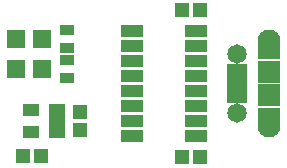
<source format=gts>
G04 #@! TF.FileFunction,Soldermask,Top*
%FSLAX46Y46*%
G04 Gerber Fmt 4.6, Leading zero omitted, Abs format (unit mm)*
G04 Created by KiCad (PCBNEW 4.0.7) date 04/02/19 22:13:27*
%MOMM*%
%LPD*%
G01*
G04 APERTURE LIST*
%ADD10C,0.100000*%
%ADD11R,1.150000X1.200000*%
%ADD12R,1.200000X1.150000*%
%ADD13R,1.600000X1.600000*%
%ADD14R,1.950000X1.900000*%
%ADD15R,1.950000X1.675000*%
%ADD16C,1.950000*%
%ADD17C,1.650000*%
%ADD18R,1.750000X0.800000*%
%ADD19R,1.300000X0.900000*%
%ADD20R,1.460000X1.050000*%
%ADD21R,1.900000X1.000000*%
G04 APERTURE END LIST*
D10*
D11*
X152273000Y-115050000D03*
X152273000Y-113550000D03*
D12*
X160921000Y-117348000D03*
X162421000Y-117348000D03*
X148959000Y-117221000D03*
X147459000Y-117221000D03*
X162421000Y-104902000D03*
X160921000Y-104902000D03*
D13*
X149055000Y-107315000D03*
X146855000Y-107315000D03*
X149055000Y-109855000D03*
X146855000Y-109855000D03*
D14*
X168275000Y-110125000D03*
D15*
X168275000Y-108187500D03*
D16*
X168275000Y-107550000D03*
X168275000Y-114700000D03*
D17*
X165575000Y-113625000D03*
D18*
X165575000Y-112425000D03*
X165575000Y-111775000D03*
X165575000Y-109825000D03*
X165575000Y-110475000D03*
X165575000Y-111125000D03*
D17*
X165575000Y-108625000D03*
D15*
X168275000Y-114062500D03*
D14*
X168275000Y-112125000D03*
D19*
X151130000Y-108065000D03*
X151130000Y-106565000D03*
X151130000Y-109105000D03*
X151130000Y-110605000D03*
D20*
X150325000Y-115250000D03*
X150325000Y-114300000D03*
X150325000Y-113350000D03*
X148125000Y-113350000D03*
X148125000Y-115250000D03*
D21*
X162085000Y-115570000D03*
X162085000Y-114300000D03*
X162085000Y-113030000D03*
X162085000Y-111760000D03*
X162085000Y-110490000D03*
X162085000Y-109220000D03*
X162085000Y-107950000D03*
X162085000Y-106680000D03*
X156685000Y-106680000D03*
X156685000Y-107950000D03*
X156685000Y-109220000D03*
X156685000Y-110490000D03*
X156685000Y-111760000D03*
X156685000Y-113030000D03*
X156685000Y-114300000D03*
X156685000Y-115570000D03*
M02*

</source>
